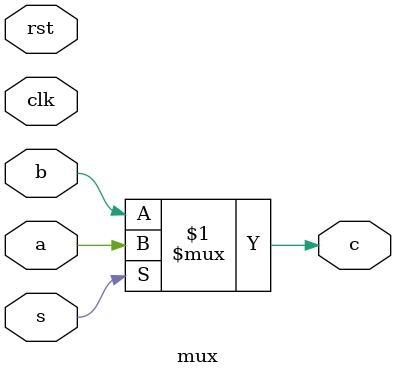
<source format=v>
module mux (
  input clk,
  input rst,
  input a,
  input b,
  input s,
  output c
);
  assign c = s ? a : b;
endmodule

</source>
